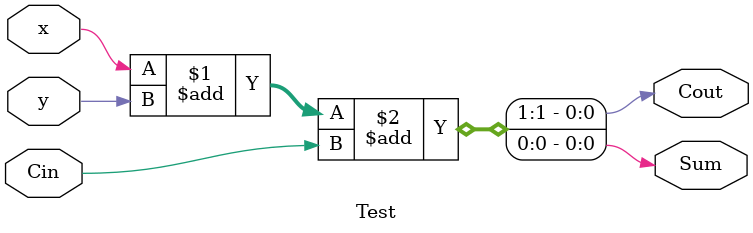
<source format=v>
module Test(
  input  x,
  input  y,
  input  Cin,
  
  output Cout,
  output Sum
);
  assign {Cout, Sum} = x+y+Cin;
endmodule 
</source>
